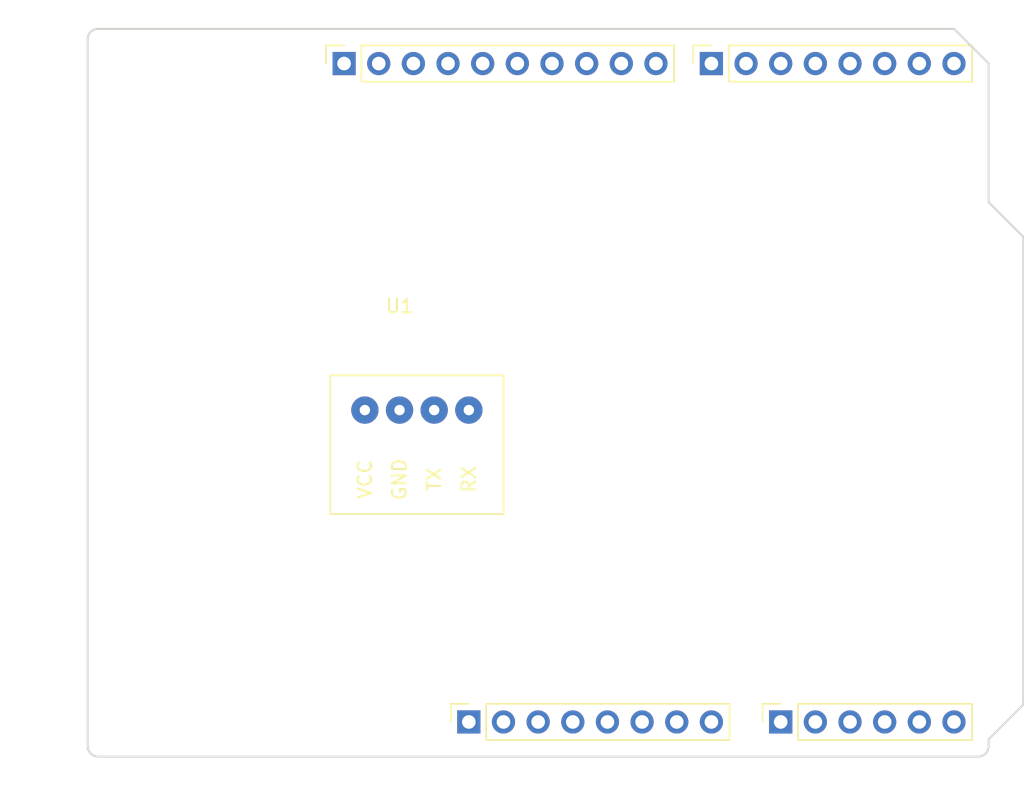
<source format=kicad_pcb>
(kicad_pcb (version 20211014) (generator pcbnew)
  (title_block (date "mar. 31 mars 2015"))
  (layers (0 "F.Cu" signal) (31 "B.Cu" signal) (34 "B.Paste" user) (35 "F.Paste" user) (36 "B.SilkS" user "B.Silkscreen") (37 "F.SilkS" user "F.Silkscreen") (38 "B.Mask" user) (39 "F.Mask" user) (44 "Edge.Cuts" user))
  (net 0 "")
  (net 1 "GND")
  (net 3 "+5V")
  (net 4 "/IOREF")
  (net 5 "/A0")
  (net 6 "/A1")
  (net 7 "/A2")
  (net 8 "/A3")
  (net 9 "/SDA{slash}A4")
  (net 10 "/SCL{slash}A5")
  (net 11 "/13")
  (net 12 "/12")
  (net 13 "/AREF")
  (net 14 "/8")
  (net 15 "/7")
  (net 16 "/*11")
  (net 17 "/*10")
  (net 18 "/*9")
  (net 19 "/4")
  (net 20 "/2")
  (net 21 "/*6")
  (net 22 "/*5")
  (net 23 "/TX{slash}1")
  (net 24 "/*3")
  (net 25 "/RX{slash}0")
  (net 26 "+3V3")
  (net 27 "VCC")
  (net 28 "/~{RESET}")
  (footprint "Connector_PinSocket_2.54mm:PinSocket_1x08_P2.54mm_Vertical" (layer "F.Cu") (at 127.94 97.46 90)
    (fp_text reference "J1" hide)
    (fp_text value "Power")
    (fp_line (start -1.33 19.11) (end 1.33 19.11) (layer "F.SilkS") (width 0.12))
    (fp_line (start 1.33 1.27) (end 1.33 19.11) (layer "F.SilkS") (width 0.12))
    (fp_line (start -1.33 1.27) (end 1.33 1.27) (layer "F.SilkS") (width 0.12))
    (fp_line (start 0 -1.33) (end 1.33 -1.33) (layer "F.SilkS") (width 0.12))
    (fp_line (start 1.33 -1.33) (end 1.33 0) (layer "F.SilkS") (width 0.12))
    (fp_line (start -1.33 1.27) (end -1.33 19.11) (layer "F.SilkS") (width 0.12))
    (pad "1" thru_hole rect locked (at 0 0 90) (size 1.7 1.7) (drill 1) (layers *.Cu *.Mask))
    (pad "2" thru_hole oval locked (at 0 2.54 90) (size 1.7 1.7) (drill 1) (layers *.Cu *.Mask) (net 4 "/IOREF"))
    (pad "3" thru_hole oval locked (at 0 5.08 90) (size 1.7 1.7) (drill 1) (layers *.Cu *.Mask) (net 28 "/~{RESET}"))
    (pad "4" thru_hole oval locked (at 0 7.62 90) (size 1.7 1.7) (drill 1) (layers *.Cu *.Mask) (net 26 "+3V3"))
    (pad "5" thru_hole oval locked (at 0 10.16 90) (size 1.7 1.7) (drill 1) (layers *.Cu *.Mask) (net 3 "+5V"))
    (pad "6" thru_hole oval locked (at 0 12.7 90) (size 1.7 1.7) (drill 1) (layers *.Cu *.Mask) (net 1 "GND"))
    (pad "7" thru_hole oval locked (at 0 15.24 90) (size 1.7 1.7) (drill 1) (layers *.Cu *.Mask) (net 1 "GND"))
    (pad "8" thru_hole oval locked (at 0 17.78 90) (size 1.7 1.7) (drill 1) (layers *.Cu *.Mask) (net 27 "VCC"))
  )
  (footprint "Connector_PinSocket_2.54mm:PinSocket_1x06_P2.54mm_Vertical" (layer "F.Cu") (at 150.8 97.46 90)
    (fp_text reference "J3" hide)
    (fp_text value "Analog")
    (fp_line (start 1.33 1.27) (end 1.33 14.03) (layer "F.SilkS") (width 0.12))
    (fp_line (start 0 -1.33) (end 1.33 -1.33) (layer "F.SilkS") (width 0.12))
    (fp_line (start -1.33 1.27) (end 1.33 1.27) (layer "F.SilkS") (width 0.12))
    (fp_line (start -1.33 1.27) (end -1.33 14.03) (layer "F.SilkS") (width 0.12))
    (fp_line (start -1.33 14.03) (end 1.33 14.03) (layer "F.SilkS") (width 0.12))
    (fp_line (start 1.33 -1.33) (end 1.33 0) (layer "F.SilkS") (width 0.12))
    (pad "1" thru_hole rect locked (at 0 0 90) (size 1.7 1.7) (drill 1) (layers *.Cu *.Mask) (net 5 "/A0"))
    (pad "2" thru_hole oval locked (at 0 2.54 90) (size 1.7 1.7) (drill 1) (layers *.Cu *.Mask) (net 6 "/A1"))
    (pad "3" thru_hole oval locked (at 0 5.08 90) (size 1.7 1.7) (drill 1) (layers *.Cu *.Mask) (net 7 "/A2"))
    (pad "4" thru_hole oval locked (at 0 7.62 90) (size 1.7 1.7) (drill 1) (layers *.Cu *.Mask) (net 8 "/A3"))
    (pad "5" thru_hole oval locked (at 0 10.16 90) (size 1.7 1.7) (drill 1) (layers *.Cu *.Mask) (net 9 "/SDA{slash}A4"))
    (pad "6" thru_hole oval locked (at 0 12.7 90) (size 1.7 1.7) (drill 1) (layers *.Cu *.Mask) (net 10 "/SCL{slash}A5"))
  )
  (footprint "Connector_PinSocket_2.54mm:PinSocket_1x10_P2.54mm_Vertical" (layer "F.Cu") (at 118.796 49.2 90)
    (fp_text reference "J2" hide)
    (fp_text value "Digital/PWM")
    (fp_line (start -1.33 24.19) (end 1.33 24.19) (layer "F.SilkS") (width 0.12))
    (fp_line (start -1.33 1.27) (end -1.33 24.19) (layer "F.SilkS") (width 0.12))
    (fp_line (start 1.33 -1.33) (end 1.33 0) (layer "F.SilkS") (width 0.12))
    (fp_line (start 0 -1.33) (end 1.33 -1.33) (layer "F.SilkS") (width 0.12))
    (fp_line (start 1.33 1.27) (end 1.33 24.19) (layer "F.SilkS") (width 0.12))
    (fp_line (start -1.33 1.27) (end 1.33 1.27) (layer "F.SilkS") (width 0.12))
    (pad "1" thru_hole rect locked (at 0 0 90) (size 1.7 1.7) (drill 1) (layers *.Cu *.Mask) (net 10 "/SCL{slash}A5"))
    (pad "2" thru_hole oval locked (at 0 2.54 90) (size 1.7 1.7) (drill 1) (layers *.Cu *.Mask) (net 9 "/SDA{slash}A4"))
    (pad "3" thru_hole oval locked (at 0 5.08 90) (size 1.7 1.7) (drill 1) (layers *.Cu *.Mask) (net 13 "/AREF"))
    (pad "4" thru_hole oval locked (at 0 7.62 90) (size 1.7 1.7) (drill 1) (layers *.Cu *.Mask) (net 1 "GND"))
    (pad "5" thru_hole oval locked (at 0 10.16 90) (size 1.7 1.7) (drill 1) (layers *.Cu *.Mask) (net 11 "/13"))
    (pad "6" thru_hole oval locked (at 0 12.7 90) (size 1.7 1.7) (drill 1) (layers *.Cu *.Mask) (net 12 "/12"))
    (pad "7" thru_hole oval locked (at 0 15.24 90) (size 1.7 1.7) (drill 1) (layers *.Cu *.Mask) (net 16 "/*11"))
    (pad "8" thru_hole oval locked (at 0 17.78 90) (size 1.7 1.7) (drill 1) (layers *.Cu *.Mask) (net 17 "/*10"))
    (pad "9" thru_hole oval locked (at 0 20.32 90) (size 1.7 1.7) (drill 1) (layers *.Cu *.Mask) (net 18 "/*9"))
    (pad "10" thru_hole oval locked (at 0 22.86 90) (size 1.7 1.7) (drill 1) (layers *.Cu *.Mask) (net 14 "/8"))
  )
  (footprint "Connector_PinSocket_2.54mm:PinSocket_1x08_P2.54mm_Vertical" (layer "F.Cu") (at 145.72 49.2 90)
    (fp_text reference "J4" hide)
    (fp_text value "Digital/PWM")
    (fp_line (start -1.33 19.11) (end 1.33 19.11) (layer "F.SilkS") (width 0.12))
    (fp_line (start -1.33 1.27) (end -1.33 19.11) (layer "F.SilkS") (width 0.12))
    (fp_line (start 0 -1.33) (end 1.33 -1.33) (layer "F.SilkS") (width 0.12))
    (fp_line (start -1.33 1.27) (end 1.33 1.27) (layer "F.SilkS") (width 0.12))
    (fp_line (start 1.33 -1.33) (end 1.33 0) (layer "F.SilkS") (width 0.12))
    (fp_line (start 1.33 1.27) (end 1.33 19.11) (layer "F.SilkS") (width 0.12))
    (pad "1" thru_hole rect locked (at 0 0 90) (size 1.7 1.7) (drill 1) (layers *.Cu *.Mask) (net 15 "/7"))
    (pad "2" thru_hole oval locked (at 0 2.54 90) (size 1.7 1.7) (drill 1) (layers *.Cu *.Mask) (net 21 "/*6"))
    (pad "3" thru_hole oval locked (at 0 5.08 90) (size 1.7 1.7) (drill 1) (layers *.Cu *.Mask) (net 22 "/*5"))
    (pad "4" thru_hole oval locked (at 0 7.62 90) (size 1.7 1.7) (drill 1) (layers *.Cu *.Mask) (net 19 "/4"))
    (pad "5" thru_hole oval locked (at 0 10.16 90) (size 1.7 1.7) (drill 1) (layers *.Cu *.Mask) (net 24 "/*3"))
    (pad "6" thru_hole oval locked (at 0 12.7 90) (size 1.7 1.7) (drill 1) (layers *.Cu *.Mask) (net 20 "/2"))
    (pad "7" thru_hole oval locked (at 0 15.24 90) (size 1.7 1.7) (drill 1) (layers *.Cu *.Mask) (net 23 "/TX{slash}1"))
    (pad "8" thru_hole oval locked (at 0 17.78 90) (size 1.7 1.7) (drill 1) (layers *.Cu *.Mask) (net 25 "/RX{slash}0"))
  )
  (footprint "Arduino_MountingHole:MountingHole_3.2mm" (layer "F.Cu") (at 115.24 49.2)
    (fp_text reference "MH1" hide)
    (fp_text value "MountingHole_3.2mm" hide)
    (pad "" np_thru_hole circle locked (at 0 0) (size 3.2 3.2) (drill 3.2) (layers *.Cu *.Mask))
  )
  (footprint "Library:Bluetooth" (layer "F.Cu") (at 122.86 74.6)
    (fp_text reference "U1" (at 0 -7.62 unlocked) (layer "F.SilkS"))
    (fp_text value "Bluetooth")
    (fp_text user "GND" (at 0 5.08 90 unlocked) (layer "F.SilkS"))
    (fp_text user "RX" (at 5.08 5.08 90 unlocked) (layer "F.SilkS"))
    (fp_text user "TX" (at 2.54 5.08 90 unlocked) (layer "F.SilkS"))
    (fp_text user "VCC" (at -2.54 5.08 90 unlocked) (layer "F.SilkS"))
    (fp_rect (start -5.08 -2.54) (end 7.62 7.62) (layer "F.SilkS") (width 0.12) (fill none))
    (pad "1" thru_hole circle (at -2.54 0) (size 2 2) (drill 0.762) (layers *.Cu *.Mask) (net 27 "VCC"))
    (pad "2" thru_hole circle (at 0 0) (size 2 2) (drill 0.762) (layers *.Cu *.Mask))
    (pad "3" thru_hole circle (at 2.54 0) (size 2 2) (drill 0.762) (layers *.Cu *.Mask))
    (pad "4" thru_hole circle (at 5.08 0) (size 2 2) (drill 0.762) (layers *.Cu *.Mask))
  )
  (footprint "Arduino_MountingHole:MountingHole_3.2mm" (layer "F.Cu") (at 113.97 97.46)
    (fp_text reference "MH2" hide)
    (fp_text value "MountingHole_3.2mm" hide)
    (pad "" np_thru_hole circle locked (at 0 0) (size 3.2 3.2) (drill 3.2) (layers *.Cu *.Mask))
  )
  (footprint "Arduino_MountingHole:MountingHole_3.2mm" (layer "F.Cu") (at 166.04 64.44)
    (fp_text reference "MH3" hide)
    (fp_text value "MountingHole_3.2mm" hide)
    (pad "" np_thru_hole circle locked (at 0 0) (size 3.2 3.2) (drill 3.2) (layers *.Cu *.Mask))
  )
  (footprint "Arduino_MountingHole:MountingHole_3.2mm" (layer "F.Cu") (at 166.04 92.38)
    (fp_text reference "MH4" hide)
    (fp_text value "MountingHole_3.2mm" hide)
    (pad "" np_thru_hole circle locked (at 0 0) (size 3.2 3.2) (drill 3.2) (layers *.Cu *.Mask))
  )
  (gr_line (start 166.04 59.36) (end 168.58 61.9) (layer "Edge.Cuts") (width 0.15))
  (gr_line (start 100 99.238) (end 100 47.422) (layer "Edge.Cuts") (width 0.15))
  (gr_line (start 168.58 61.9) (end 168.58 96.19) (layer "Edge.Cuts") (width 0.15))
  (gr_line (start 165.278 100) (end 100.762 100) (layer "Edge.Cuts") (width 0.15))
  (gr_line (start 100.762 46.66) (end 163.5 46.66) (layer "Edge.Cuts") (width 0.15))
  (gr_arc (start 100.762 100) (mid 100.223185 99.776815) (end 100 99.238) (layer "Edge.Cuts") (width 0.15))
  (gr_line (start 168.58 96.19) (end 166.04 98.73) (layer "Edge.Cuts") (width 0.15))
  (gr_line (start 163.5 46.66) (end 166.04 49.2) (layer "Edge.Cuts") (width 0.15))
  (gr_arc (start 166.04 99.238) (mid 165.816815 99.776815) (end 165.278 100) (layer "Edge.Cuts") (width 0.15))
  (gr_line (start 166.04 49.2) (end 166.04 59.36) (layer "Edge.Cuts") (width 0.15))
  (gr_line (start 166.04 98.73) (end 166.04 99.238) (layer "Edge.Cuts") (width 0.15))
  (gr_arc (start 100 47.422) (mid 100.223185 46.883185) (end 100.762 46.66) (layer "Edge.Cuts") (width 0.15))
)
</source>
